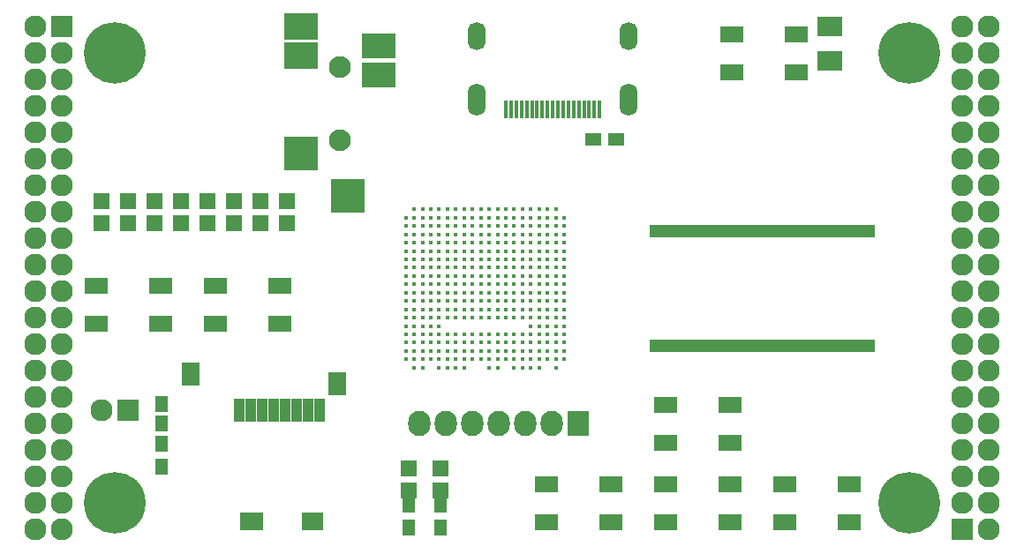
<source format=gts>
G04 #@! TF.FileFunction,Soldermask,Top*
%FSLAX46Y46*%
G04 Gerber Fmt 4.6, Leading zero omitted, Abs format (unit mm)*
G04 Created by KiCad (PCBNEW 4.0.5+dfsg1-4) date Thu May 18 22:33:06 2017*
%MOMM*%
%LPD*%
G01*
G04 APERTURE LIST*
%ADD10C,0.100000*%
%ADD11C,0.430000*%
%ADD12R,2.432000X1.924000*%
%ADD13R,1.100000X2.200000*%
%ADD14R,2.000000X1.800000*%
%ADD15R,2.200000X1.800000*%
%ADD16R,1.800000X2.300000*%
%ADD17R,2.200000X1.500000*%
%ADD18R,1.598880X1.598880*%
%ADD19R,3.200000X2.600000*%
%ADD20R,3.200000X3.200000*%
%ADD21R,3.200000X2.400000*%
%ADD22C,2.100000*%
%ADD23R,0.960000X1.300000*%
%ADD24O,1.700000X3.100000*%
%ADD25O,1.700000X2.700000*%
%ADD26R,0.350000X1.700000*%
%ADD27R,2.127200X2.127200*%
%ADD28O,2.127200X2.127200*%
%ADD29C,5.900000*%
%ADD30R,1.600000X1.300000*%
%ADD31R,2.127200X2.432000*%
%ADD32O,2.127200X2.432000*%
%ADD33R,1.300000X1.600000*%
%ADD34R,1.150000X1.600000*%
G04 APERTURE END LIST*
D10*
D11*
X131680000Y-80200000D03*
X132480000Y-80200000D03*
X133280000Y-80200000D03*
X134080000Y-80200000D03*
X134880000Y-80200000D03*
X135680000Y-80200000D03*
X136480000Y-80200000D03*
X137280000Y-80200000D03*
X138080000Y-80200000D03*
X138880000Y-80200000D03*
X139680000Y-80200000D03*
X140480000Y-80200000D03*
X141280000Y-80200000D03*
X142080000Y-80200000D03*
X142880000Y-80200000D03*
X143680000Y-80200000D03*
X144480000Y-80200000D03*
X145280000Y-80200000D03*
X130880000Y-81000000D03*
X131680000Y-81000000D03*
X132480000Y-81000000D03*
X133280000Y-81000000D03*
X134080000Y-81000000D03*
X134880000Y-81000000D03*
X135680000Y-81000000D03*
X136480000Y-81000000D03*
X137280000Y-81000000D03*
X138080000Y-81000000D03*
X138880000Y-81000000D03*
X139680000Y-81000000D03*
X140480000Y-81000000D03*
X141280000Y-81000000D03*
X142080000Y-81000000D03*
X142880000Y-81000000D03*
X143680000Y-81000000D03*
X144480000Y-81000000D03*
X145280000Y-81000000D03*
X146080000Y-81000000D03*
X130880000Y-81800000D03*
X131680000Y-81800000D03*
X132480000Y-81800000D03*
X133280000Y-81800000D03*
X134080000Y-81800000D03*
X134880000Y-81800000D03*
X135680000Y-81800000D03*
X136480000Y-81800000D03*
X137280000Y-81800000D03*
X138080000Y-81800000D03*
X138880000Y-81800000D03*
X139680000Y-81800000D03*
X140480000Y-81800000D03*
X141280000Y-81800000D03*
X142080000Y-81800000D03*
X142880000Y-81800000D03*
X143680000Y-81800000D03*
X144480000Y-81800000D03*
X145280000Y-81800000D03*
X146080000Y-81800000D03*
X130880000Y-82600000D03*
X131680000Y-82600000D03*
X132480000Y-82600000D03*
X133280000Y-82600000D03*
X134080000Y-82600000D03*
X134880000Y-82600000D03*
X135680000Y-82600000D03*
X136480000Y-82600000D03*
X137280000Y-82600000D03*
X138080000Y-82600000D03*
X138880000Y-82600000D03*
X139680000Y-82600000D03*
X140480000Y-82600000D03*
X141280000Y-82600000D03*
X142080000Y-82600000D03*
X142880000Y-82600000D03*
X143680000Y-82600000D03*
X144480000Y-82600000D03*
X145280000Y-82600000D03*
X146080000Y-82600000D03*
X130880000Y-83400000D03*
X131680000Y-83400000D03*
X132480000Y-83400000D03*
X133280000Y-83400000D03*
X134080000Y-83400000D03*
X134880000Y-83400000D03*
X135680000Y-83400000D03*
X136480000Y-83400000D03*
X137280000Y-83400000D03*
X138080000Y-83400000D03*
X138880000Y-83400000D03*
X139680000Y-83400000D03*
X140480000Y-83400000D03*
X141280000Y-83400000D03*
X142080000Y-83400000D03*
X142880000Y-83400000D03*
X143680000Y-83400000D03*
X144480000Y-83400000D03*
X145280000Y-83400000D03*
X146080000Y-83400000D03*
X130880000Y-84200000D03*
X131680000Y-84200000D03*
X132480000Y-84200000D03*
X133280000Y-84200000D03*
X134080000Y-84200000D03*
X134880000Y-84200000D03*
X135680000Y-84200000D03*
X136480000Y-84200000D03*
X137280000Y-84200000D03*
X138080000Y-84200000D03*
X138880000Y-84200000D03*
X139680000Y-84200000D03*
X140480000Y-84200000D03*
X141280000Y-84200000D03*
X142080000Y-84200000D03*
X142880000Y-84200000D03*
X143680000Y-84200000D03*
X144480000Y-84200000D03*
X145280000Y-84200000D03*
X146080000Y-84200000D03*
X130880000Y-85000000D03*
X131680000Y-85000000D03*
X132480000Y-85000000D03*
X133280000Y-85000000D03*
X134080000Y-85000000D03*
X134880000Y-85000000D03*
X135680000Y-85000000D03*
X136480000Y-85000000D03*
X137280000Y-85000000D03*
X138080000Y-85000000D03*
X138880000Y-85000000D03*
X139680000Y-85000000D03*
X140480000Y-85000000D03*
X141280000Y-85000000D03*
X142080000Y-85000000D03*
X142880000Y-85000000D03*
X143680000Y-85000000D03*
X144480000Y-85000000D03*
X145280000Y-85000000D03*
X146080000Y-85000000D03*
X130880000Y-85800000D03*
X131680000Y-85800000D03*
X132480000Y-85800000D03*
X133280000Y-85800000D03*
X134080000Y-85800000D03*
X134880000Y-85800000D03*
X135680000Y-85800000D03*
X136480000Y-85800000D03*
X137280000Y-85800000D03*
X138080000Y-85800000D03*
X138880000Y-85800000D03*
X139680000Y-85800000D03*
X140480000Y-85800000D03*
X141280000Y-85800000D03*
X142080000Y-85800000D03*
X142880000Y-85800000D03*
X143680000Y-85800000D03*
X144480000Y-85800000D03*
X145280000Y-85800000D03*
X146080000Y-85800000D03*
X130880000Y-86600000D03*
X131680000Y-86600000D03*
X132480000Y-86600000D03*
X133280000Y-86600000D03*
X134080000Y-86600000D03*
X134880000Y-86600000D03*
X135680000Y-86600000D03*
X136480000Y-86600000D03*
X137280000Y-86600000D03*
X138080000Y-86600000D03*
X138880000Y-86600000D03*
X139680000Y-86600000D03*
X140480000Y-86600000D03*
X141280000Y-86600000D03*
X142080000Y-86600000D03*
X142880000Y-86600000D03*
X143680000Y-86600000D03*
X144480000Y-86600000D03*
X145280000Y-86600000D03*
X146080000Y-86600000D03*
X130880000Y-87400000D03*
X131680000Y-87400000D03*
X132480000Y-87400000D03*
X133280000Y-87400000D03*
X134080000Y-87400000D03*
X134880000Y-87400000D03*
X135680000Y-87400000D03*
X136480000Y-87400000D03*
X137280000Y-87400000D03*
X138080000Y-87400000D03*
X138880000Y-87400000D03*
X139680000Y-87400000D03*
X140480000Y-87400000D03*
X141280000Y-87400000D03*
X142080000Y-87400000D03*
X142880000Y-87400000D03*
X143680000Y-87400000D03*
X144480000Y-87400000D03*
X145280000Y-87400000D03*
X146080000Y-87400000D03*
X130880000Y-88200000D03*
X131680000Y-88200000D03*
X132480000Y-88200000D03*
X133280000Y-88200000D03*
X134080000Y-88200000D03*
X134880000Y-88200000D03*
X135680000Y-88200000D03*
X136480000Y-88200000D03*
X137280000Y-88200000D03*
X138080000Y-88200000D03*
X138880000Y-88200000D03*
X139680000Y-88200000D03*
X140480000Y-88200000D03*
X141280000Y-88200000D03*
X142080000Y-88200000D03*
X142880000Y-88200000D03*
X143680000Y-88200000D03*
X144480000Y-88200000D03*
X145280000Y-88200000D03*
X146080000Y-88200000D03*
X130880000Y-89000000D03*
X131680000Y-89000000D03*
X132480000Y-89000000D03*
X133280000Y-89000000D03*
X134080000Y-89000000D03*
X134880000Y-89000000D03*
X135680000Y-89000000D03*
X136480000Y-89000000D03*
X137280000Y-89000000D03*
X138080000Y-89000000D03*
X138880000Y-89000000D03*
X139680000Y-89000000D03*
X140480000Y-89000000D03*
X141280000Y-89000000D03*
X142080000Y-89000000D03*
X142880000Y-89000000D03*
X143680000Y-89000000D03*
X144480000Y-89000000D03*
X145280000Y-89000000D03*
X146080000Y-89000000D03*
X130880000Y-89800000D03*
X131680000Y-89800000D03*
X132480000Y-89800000D03*
X133280000Y-89800000D03*
X134080000Y-89800000D03*
X134880000Y-89800000D03*
X135680000Y-89800000D03*
X136480000Y-89800000D03*
X137280000Y-89800000D03*
X138080000Y-89800000D03*
X138880000Y-89800000D03*
X139680000Y-89800000D03*
X140480000Y-89800000D03*
X141280000Y-89800000D03*
X142080000Y-89800000D03*
X142880000Y-89800000D03*
X143680000Y-89800000D03*
X144480000Y-89800000D03*
X145280000Y-89800000D03*
X146080000Y-89800000D03*
X130880000Y-90600000D03*
X131680000Y-90600000D03*
X132480000Y-90600000D03*
X133280000Y-90600000D03*
X134080000Y-90600000D03*
X134880000Y-90600000D03*
X135680000Y-90600000D03*
X136480000Y-90600000D03*
X137280000Y-90600000D03*
X138080000Y-90600000D03*
X138880000Y-90600000D03*
X139680000Y-90600000D03*
X140480000Y-90600000D03*
X141280000Y-90600000D03*
X142080000Y-90600000D03*
X142880000Y-90600000D03*
X143680000Y-90600000D03*
X144480000Y-90600000D03*
X145280000Y-90600000D03*
X146080000Y-90600000D03*
X130880000Y-91400000D03*
X131680000Y-91400000D03*
X132480000Y-91400000D03*
X133280000Y-91400000D03*
X134080000Y-91400000D03*
X142880000Y-91400000D03*
X143680000Y-91400000D03*
X144480000Y-91400000D03*
X145280000Y-91400000D03*
X146080000Y-91400000D03*
X130880000Y-92200000D03*
X131680000Y-92200000D03*
X132480000Y-92200000D03*
X133280000Y-92200000D03*
X134080000Y-92200000D03*
X134880000Y-92200000D03*
X135680000Y-92200000D03*
X136480000Y-92200000D03*
X137280000Y-92200000D03*
X138080000Y-92200000D03*
X138880000Y-92200000D03*
X139680000Y-92200000D03*
X140480000Y-92200000D03*
X141280000Y-92200000D03*
X142080000Y-92200000D03*
X142880000Y-92200000D03*
X143680000Y-92200000D03*
X144480000Y-92200000D03*
X145280000Y-92200000D03*
X146080000Y-92200000D03*
X130880000Y-93000000D03*
X131680000Y-93000000D03*
X132480000Y-93000000D03*
X133280000Y-93000000D03*
X134080000Y-93000000D03*
X134880000Y-93000000D03*
X135680000Y-93000000D03*
X136480000Y-93000000D03*
X137280000Y-93000000D03*
X138080000Y-93000000D03*
X138880000Y-93000000D03*
X139680000Y-93000000D03*
X140480000Y-93000000D03*
X141280000Y-93000000D03*
X142080000Y-93000000D03*
X142880000Y-93000000D03*
X143680000Y-93000000D03*
X144480000Y-93000000D03*
X145280000Y-93000000D03*
X146080000Y-93000000D03*
X130880000Y-93800000D03*
X131680000Y-93800000D03*
X132480000Y-93800000D03*
X133280000Y-93800000D03*
X134080000Y-93800000D03*
X134880000Y-93800000D03*
X135680000Y-93800000D03*
X136480000Y-93800000D03*
X137280000Y-93800000D03*
X138080000Y-93800000D03*
X138880000Y-93800000D03*
X139680000Y-93800000D03*
X140480000Y-93800000D03*
X141280000Y-93800000D03*
X142080000Y-93800000D03*
X142880000Y-93800000D03*
X143680000Y-93800000D03*
X144480000Y-93800000D03*
X145280000Y-93800000D03*
X146080000Y-93800000D03*
X130880000Y-94600000D03*
X131680000Y-94600000D03*
X132480000Y-94600000D03*
X133280000Y-94600000D03*
X134080000Y-94600000D03*
X134880000Y-94600000D03*
X135680000Y-94600000D03*
X136480000Y-94600000D03*
X137280000Y-94600000D03*
X138080000Y-94600000D03*
X138880000Y-94600000D03*
X139680000Y-94600000D03*
X140480000Y-94600000D03*
X141280000Y-94600000D03*
X142080000Y-94600000D03*
X142880000Y-94600000D03*
X143680000Y-94600000D03*
X144480000Y-94600000D03*
X145280000Y-94600000D03*
X146080000Y-94600000D03*
X131680000Y-95400000D03*
X132480000Y-95400000D03*
X134080000Y-95400000D03*
X134880000Y-95400000D03*
X135680000Y-95400000D03*
X136480000Y-95400000D03*
X138880000Y-95400000D03*
X139680000Y-95400000D03*
X141280000Y-95400000D03*
X142080000Y-95400000D03*
X142880000Y-95400000D03*
X143680000Y-95400000D03*
X145280000Y-95400000D03*
D12*
X171570000Y-65992000D03*
X171570000Y-62690000D03*
D13*
X114930000Y-99520000D03*
X116030000Y-99520000D03*
X117130000Y-99520000D03*
X118230000Y-99520000D03*
X119330000Y-99520000D03*
X120430000Y-99520000D03*
X121530000Y-99520000D03*
X122630000Y-99520000D03*
D14*
X121920000Y-110120000D03*
D15*
X116120000Y-110120000D03*
D16*
X124320000Y-96970000D03*
X110270000Y-95970000D03*
D17*
X101160000Y-87510000D03*
X107360000Y-87510000D03*
X101160000Y-91210000D03*
X107360000Y-91210000D03*
X112590000Y-87510000D03*
X118790000Y-87510000D03*
X112590000Y-91210000D03*
X118790000Y-91210000D03*
X155770000Y-98940000D03*
X161970000Y-98940000D03*
X155770000Y-102640000D03*
X161970000Y-102640000D03*
X161970000Y-110260000D03*
X155770000Y-110260000D03*
X161970000Y-106560000D03*
X155770000Y-106560000D03*
X150540000Y-110260000D03*
X144340000Y-110260000D03*
X150540000Y-106560000D03*
X144340000Y-106560000D03*
X173400000Y-110260000D03*
X167200000Y-110260000D03*
X173400000Y-106560000D03*
X167200000Y-106560000D03*
D18*
X119500000Y-81519020D03*
X119500000Y-79420980D03*
X116960000Y-81519020D03*
X116960000Y-79420980D03*
X114420000Y-81519020D03*
X114420000Y-79420980D03*
X111880000Y-81519020D03*
X111880000Y-79420980D03*
X109340000Y-81519020D03*
X109340000Y-79420980D03*
X106800000Y-81519020D03*
X106800000Y-79420980D03*
X104260000Y-81519020D03*
X104260000Y-79420980D03*
X101720000Y-81519020D03*
X101720000Y-79420980D03*
D19*
X120880000Y-62640000D03*
X120880000Y-65440000D03*
D20*
X120880000Y-74840000D03*
X125330000Y-78940000D03*
D21*
X128280000Y-67340000D03*
X128280000Y-64540000D03*
D22*
X124580000Y-66540000D03*
X124580000Y-73540000D03*
D23*
X175480000Y-82270000D03*
X154680000Y-93330000D03*
X155480000Y-93330000D03*
X156280000Y-93330000D03*
X157080000Y-93330000D03*
X157880000Y-93330000D03*
X158680000Y-93330000D03*
X159480000Y-93330000D03*
X160280000Y-93330000D03*
X161080000Y-93330000D03*
X161880000Y-93330000D03*
X162680000Y-93330000D03*
X163480000Y-93330000D03*
X164280000Y-93330000D03*
X165080000Y-93330000D03*
X165880000Y-93330000D03*
X166680000Y-93330000D03*
X167480000Y-93330000D03*
X168280000Y-93330000D03*
X169080000Y-93330000D03*
X169880000Y-93330000D03*
X170680000Y-93330000D03*
X171480000Y-93330000D03*
X172280000Y-93330000D03*
X173080000Y-93330000D03*
X173880000Y-93330000D03*
X174680000Y-93330000D03*
X175480000Y-93330000D03*
X174680000Y-82270000D03*
X173880000Y-82270000D03*
X173080000Y-82270000D03*
X172280000Y-82270000D03*
X171480000Y-82270000D03*
X170680000Y-82270000D03*
X169880000Y-82270000D03*
X169080000Y-82270000D03*
X168280000Y-82270000D03*
X167480000Y-82270000D03*
X166680000Y-82270000D03*
X165880000Y-82270000D03*
X165080000Y-82270000D03*
X164280000Y-82270000D03*
X163480000Y-82270000D03*
X162680000Y-82270000D03*
X161880000Y-82270000D03*
X161080000Y-82270000D03*
X160280000Y-82270000D03*
X159480000Y-82270000D03*
X158680000Y-82270000D03*
X157880000Y-82270000D03*
X157080000Y-82270000D03*
X156280000Y-82270000D03*
X155480000Y-82270000D03*
X154680000Y-82270000D03*
D24*
X152280000Y-69650000D03*
X137680000Y-69650000D03*
D25*
X137680000Y-63600000D03*
D26*
X140480000Y-70600000D03*
X140980000Y-70600000D03*
X141480000Y-70600000D03*
X141980000Y-70600000D03*
X142480000Y-70600000D03*
X142980000Y-70600000D03*
X143480000Y-70600000D03*
X143980000Y-70600000D03*
X144480000Y-70600000D03*
X144980000Y-70600000D03*
X145480000Y-70600000D03*
X145980000Y-70600000D03*
X146480000Y-70600000D03*
X146980000Y-70600000D03*
X147480000Y-70600000D03*
X147980000Y-70600000D03*
X148480000Y-70600000D03*
X148980000Y-70600000D03*
X149480000Y-70600000D03*
D25*
X152280000Y-63600000D03*
D27*
X97910000Y-62690000D03*
D28*
X95370000Y-62690000D03*
X97910000Y-65230000D03*
X95370000Y-65230000D03*
X97910000Y-67770000D03*
X95370000Y-67770000D03*
X97910000Y-70310000D03*
X95370000Y-70310000D03*
X97910000Y-72850000D03*
X95370000Y-72850000D03*
X97910000Y-75390000D03*
X95370000Y-75390000D03*
X97910000Y-77930000D03*
X95370000Y-77930000D03*
X97910000Y-80470000D03*
X95370000Y-80470000D03*
X97910000Y-83010000D03*
X95370000Y-83010000D03*
X97910000Y-85550000D03*
X95370000Y-85550000D03*
X97910000Y-88090000D03*
X95370000Y-88090000D03*
X97910000Y-90630000D03*
X95370000Y-90630000D03*
X97910000Y-93170000D03*
X95370000Y-93170000D03*
X97910000Y-95710000D03*
X95370000Y-95710000D03*
X97910000Y-98250000D03*
X95370000Y-98250000D03*
X97910000Y-100790000D03*
X95370000Y-100790000D03*
X97910000Y-103330000D03*
X95370000Y-103330000D03*
X97910000Y-105870000D03*
X95370000Y-105870000D03*
X97910000Y-108410000D03*
X95370000Y-108410000D03*
X97910000Y-110950000D03*
X95370000Y-110950000D03*
D27*
X184270000Y-110950000D03*
D28*
X186810000Y-110950000D03*
X184270000Y-108410000D03*
X186810000Y-108410000D03*
X184270000Y-105870000D03*
X186810000Y-105870000D03*
X184270000Y-103330000D03*
X186810000Y-103330000D03*
X184270000Y-100790000D03*
X186810000Y-100790000D03*
X184270000Y-98250000D03*
X186810000Y-98250000D03*
X184270000Y-95710000D03*
X186810000Y-95710000D03*
X184270000Y-93170000D03*
X186810000Y-93170000D03*
X184270000Y-90630000D03*
X186810000Y-90630000D03*
X184270000Y-88090000D03*
X186810000Y-88090000D03*
X184270000Y-85550000D03*
X186810000Y-85550000D03*
X184270000Y-83010000D03*
X186810000Y-83010000D03*
X184270000Y-80470000D03*
X186810000Y-80470000D03*
X184270000Y-77930000D03*
X186810000Y-77930000D03*
X184270000Y-75390000D03*
X186810000Y-75390000D03*
X184270000Y-72850000D03*
X186810000Y-72850000D03*
X184270000Y-70310000D03*
X186810000Y-70310000D03*
X184270000Y-67770000D03*
X186810000Y-67770000D03*
X184270000Y-65230000D03*
X186810000Y-65230000D03*
X184270000Y-62690000D03*
X186810000Y-62690000D03*
D29*
X102990000Y-108410000D03*
X179190000Y-108410000D03*
X179190000Y-65230000D03*
X102990000Y-65230000D03*
D17*
X168320000Y-67080000D03*
X162120000Y-67080000D03*
X168320000Y-63380000D03*
X162120000Y-63380000D03*
D30*
X151080000Y-73485000D03*
X148880000Y-73485000D03*
D27*
X104260000Y-99520000D03*
D28*
X101720000Y-99520000D03*
D31*
X147440000Y-100790000D03*
D32*
X144900000Y-100790000D03*
X142360000Y-100790000D03*
X139820000Y-100790000D03*
X137280000Y-100790000D03*
X134740000Y-100790000D03*
X132200000Y-100790000D03*
D18*
X131184000Y-105074980D03*
X131184000Y-107173020D03*
X134232000Y-107173020D03*
X134232000Y-105074980D03*
D33*
X131184000Y-108580000D03*
X131184000Y-110780000D03*
X134232000Y-110780000D03*
X134232000Y-108580000D03*
D34*
X107480000Y-100750000D03*
X107480000Y-98850000D03*
D33*
X107480000Y-102700000D03*
X107480000Y-104900000D03*
M02*

</source>
